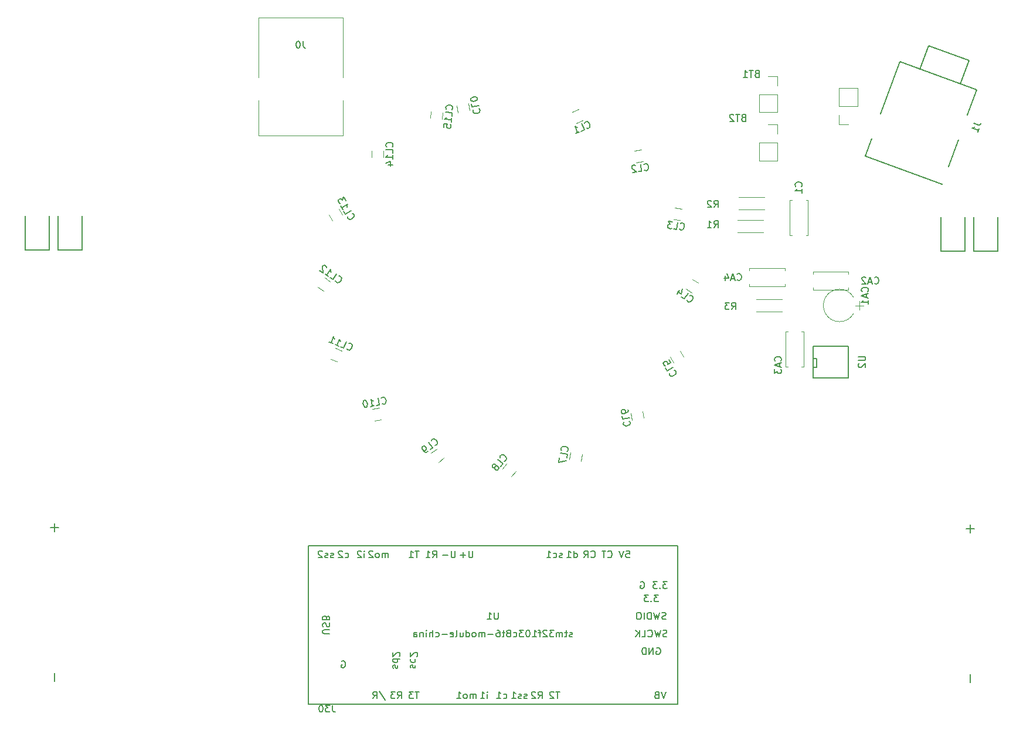
<source format=gbo>
G04 #@! TF.GenerationSoftware,KiCad,Pcbnew,(6.0.0-rc1-dev-1127-g569d4a0f6)*
G04 #@! TF.CreationDate,2018-12-11T03:09:38-08:00*
G04 #@! TF.ProjectId,Stylish-Belt-Synth - Full,5374796c-6973-4682-9d42-656c742d5379,rev?*
G04 #@! TF.SameCoordinates,Original*
G04 #@! TF.FileFunction,Legend,Bot*
G04 #@! TF.FilePolarity,Positive*
%FSLAX46Y46*%
G04 Gerber Fmt 4.6, Leading zero omitted, Abs format (unit mm)*
G04 Created by KiCad (PCBNEW (6.0.0-rc1-dev-1127-g569d4a0f6)) date 12/11/2018 3:09:38 AM*
%MOMM*%
%LPD*%
G01*
G04 APERTURE LIST*
%ADD10C,0.120000*%
%ADD11C,0.150000*%
%ADD12C,0.200000*%
G04 APERTURE END LIST*
D10*
G04 #@! TO.C,CA3*
X190861000Y-97770000D02*
X191175000Y-97770000D01*
X188555000Y-97770000D02*
X188869000Y-97770000D01*
X190861000Y-92650000D02*
X191175000Y-92650000D01*
X188555000Y-92650000D02*
X188869000Y-92650000D01*
X191175000Y-92650000D02*
X191175000Y-97770000D01*
X188555000Y-92650000D02*
X188555000Y-97770000D01*
G04 #@! TO.C,CA1*
X194342002Y-87718811D02*
G75*
G02X198382693Y-87720000I2019998J-1181189D01*
G01*
X194342002Y-90081189D02*
G75*
G03X198382693Y-90080000I2019998J1181189D01*
G01*
X194342002Y-90081189D02*
G75*
G02X194341307Y-87720000I2019998J1181189D01*
G01*
X199812000Y-88900000D02*
X198612000Y-88900000D01*
X199212000Y-88250000D02*
X199212000Y-89550000D01*
D11*
G04 #@! TO.C,J1*
X205065037Y-53745965D02*
X202328875Y-61263506D01*
X201029199Y-64834337D02*
X200105744Y-67371508D01*
X200105744Y-67371508D02*
X211194117Y-71407346D01*
X211194117Y-71407346D02*
X211228318Y-71313376D01*
X212117571Y-68870176D02*
X213519854Y-65017436D01*
X214819531Y-61446604D02*
X216153409Y-57781803D01*
X216153409Y-57781803D02*
X205065037Y-53745965D01*
X207978084Y-54806228D02*
X209209356Y-51423334D01*
X209209356Y-51423334D02*
X215035450Y-53543859D01*
X215035450Y-53543859D02*
X213804178Y-56926753D01*
D12*
G04 #@! TO.C,REF\002A\002A*
X215768972Y-76143674D02*
X215768972Y-76639768D01*
X215768972Y-76639768D02*
X215768972Y-81104615D01*
X215768972Y-81104615D02*
X219241631Y-81104615D01*
X219241631Y-81104615D02*
X219241631Y-76639768D01*
X219241631Y-76639768D02*
X219241631Y-76143674D01*
X214479127Y-76143674D02*
X214479127Y-76639768D01*
X214479127Y-76639768D02*
X214479127Y-81104615D01*
X214479127Y-81104615D02*
X211006469Y-81104615D01*
X211006469Y-81104615D02*
X211006469Y-76639768D01*
X211006469Y-76639768D02*
X211006469Y-76143674D01*
X211006469Y-76143674D02*
X211006469Y-77899296D01*
D10*
G04 #@! TO.C,LS1*
X196290000Y-57560000D02*
X198950000Y-57560000D01*
X196290000Y-60160000D02*
X196290000Y-57560000D01*
X198950000Y-60160000D02*
X198950000Y-57560000D01*
X196290000Y-60160000D02*
X198950000Y-60160000D01*
X196290000Y-61430000D02*
X196290000Y-62760000D01*
X196290000Y-62760000D02*
X197620000Y-62760000D01*
G04 #@! TO.C,BT2*
X187385000Y-68005000D02*
X184725000Y-68005000D01*
X187385000Y-65405000D02*
X187385000Y-68005000D01*
X184725000Y-65405000D02*
X184725000Y-68005000D01*
X187385000Y-65405000D02*
X184725000Y-65405000D01*
X187385000Y-64135000D02*
X187385000Y-62805000D01*
X187385000Y-62805000D02*
X186055000Y-62805000D01*
G04 #@! TO.C,BT1*
X187385000Y-61020000D02*
X184725000Y-61020000D01*
X187385000Y-58420000D02*
X187385000Y-61020000D01*
X184725000Y-58420000D02*
X184725000Y-61020000D01*
X187385000Y-58420000D02*
X184725000Y-58420000D01*
X187385000Y-57150000D02*
X187385000Y-55820000D01*
X187385000Y-55820000D02*
X186055000Y-55820000D01*
G04 #@! TO.C,CA4*
X188448000Y-83840000D02*
X188448000Y-83526000D01*
X188448000Y-86146000D02*
X188448000Y-85832000D01*
X183328000Y-83840000D02*
X183328000Y-83526000D01*
X183328000Y-86146000D02*
X183328000Y-85832000D01*
X183328000Y-83526000D02*
X188448000Y-83526000D01*
X183328000Y-86146000D02*
X188448000Y-86146000D01*
G04 #@! TO.C,CA2*
X192552000Y-86340000D02*
X192552000Y-86654000D01*
X192552000Y-84034000D02*
X192552000Y-84348000D01*
X197672000Y-86340000D02*
X197672000Y-86654000D01*
X197672000Y-84034000D02*
X197672000Y-84348000D01*
X197672000Y-86654000D02*
X192552000Y-86654000D01*
X197672000Y-84034000D02*
X192552000Y-84034000D01*
G04 #@! TO.C,C1*
X189504000Y-73680000D02*
X189190000Y-73680000D01*
X191810000Y-73680000D02*
X191496000Y-73680000D01*
X189504000Y-78800000D02*
X189190000Y-78800000D01*
X191810000Y-78800000D02*
X191496000Y-78800000D01*
X189190000Y-78800000D02*
X189190000Y-73680000D01*
X191810000Y-78800000D02*
X191810000Y-73680000D01*
G04 #@! TO.C,CL15*
X137278392Y-61876412D02*
X137382921Y-60881890D01*
X139073608Y-61059588D02*
X138969079Y-62054110D01*
G04 #@! TO.C,CL14*
X130517000Y-66556000D02*
X130517000Y-67556000D01*
X128817000Y-67556000D02*
X128817000Y-66556000D01*
G04 #@! TO.C,CL13*
X123084878Y-76677013D02*
X122584878Y-75810987D01*
X124057122Y-74960987D02*
X124557122Y-75827013D01*
G04 #@! TO.C,CL12*
X121997964Y-84868933D02*
X122817116Y-85442509D01*
X121842036Y-86835067D02*
X121022884Y-86261491D01*
G04 #@! TO.C,CL11*
X123834659Y-96988639D02*
X122910779Y-96605956D01*
X123561341Y-95035361D02*
X124485221Y-95418044D01*
G04 #@! TO.C,CL10*
X128899995Y-103869737D02*
X129884803Y-103696089D01*
X130180005Y-105370263D02*
X129195197Y-105543911D01*
G04 #@! TO.C,CL9*
X139214124Y-110909970D02*
X138420771Y-111518731D01*
X137385876Y-110170030D02*
X138179229Y-109561269D01*
G04 #@! TO.C,CL8*
X147667468Y-112516653D02*
X148310256Y-111750608D01*
X149612532Y-112843347D02*
X148969744Y-113609392D01*
G04 #@! TO.C,CL7*
X157366089Y-111084803D02*
X157539737Y-110099995D01*
X159213911Y-110395197D02*
X159040263Y-111380005D01*
G04 #@! TO.C,CL6*
X167930263Y-104149995D02*
X168103911Y-105134803D01*
X166429737Y-105430005D02*
X166256089Y-104445197D01*
G04 #@! TO.C,CL5*
X172373878Y-97148013D02*
X171873878Y-96281987D01*
X173346122Y-95431987D02*
X173846122Y-96298013D01*
G04 #@! TO.C,CL4*
X175137964Y-85086933D02*
X175957116Y-85660509D01*
X174982036Y-87053067D02*
X174162884Y-86479491D01*
G04 #@! TO.C,CL3*
X172577316Y-74805401D02*
X173569862Y-74927270D01*
X173362684Y-76614599D02*
X172370138Y-76492730D01*
G04 #@! TO.C,CL2*
X167959862Y-68132730D02*
X166967316Y-68254599D01*
X166760138Y-66567270D02*
X167752684Y-66445401D01*
G04 #@! TO.C,CL1*
X157732779Y-60996044D02*
X158656659Y-60613361D01*
X159307221Y-62183956D02*
X158383341Y-62566639D01*
G04 #@! TO.C,CL0*
X142724182Y-59730248D02*
X142940621Y-60706544D01*
X141280918Y-61074492D02*
X141064479Y-60098196D01*
G04 #@! TO.C,R2*
X185502000Y-75028000D02*
X181782000Y-75028000D01*
X181782000Y-73308000D02*
X185502000Y-73308000D01*
G04 #@! TO.C,R1*
X181655000Y-76610000D02*
X185375000Y-76610000D01*
X185375000Y-78330000D02*
X181655000Y-78330000D01*
G04 #@! TO.C,R3*
X184322000Y-88040000D02*
X188042000Y-88040000D01*
X188042000Y-89760000D02*
X184322000Y-89760000D01*
D12*
G04 #@! TO.C,REF\002A\002A*
X83498472Y-75953174D02*
X83498472Y-76449268D01*
X83498472Y-76449268D02*
X83498472Y-80914115D01*
X83498472Y-80914115D02*
X86971131Y-80914115D01*
X86971131Y-80914115D02*
X86971131Y-76449268D01*
X86971131Y-76449268D02*
X86971131Y-75953174D01*
X82208627Y-75953174D02*
X82208627Y-76449268D01*
X82208627Y-76449268D02*
X82208627Y-80914115D01*
X82208627Y-80914115D02*
X78735969Y-80914115D01*
X78735969Y-80914115D02*
X78735969Y-76449268D01*
X78735969Y-76449268D02*
X78735969Y-75953174D01*
X78735969Y-75953174D02*
X78735969Y-77708796D01*
D11*
G04 #@! TO.C,U1*
X119634000Y-146431000D02*
X119634000Y-123571000D01*
X172974000Y-123571000D02*
X172974000Y-146431000D01*
X172974000Y-146431000D02*
X119634000Y-146431000D01*
X119634000Y-123571000D02*
X172974000Y-123571000D01*
G04 #@! TO.C,U2*
X192532000Y-99314000D02*
X197612000Y-99314000D01*
X197612000Y-99314000D02*
X197612000Y-94742000D01*
X197612000Y-94742000D02*
X192532000Y-94742000D01*
X192532000Y-94742000D02*
X192532000Y-99314000D01*
X192532000Y-97790000D02*
X193040000Y-97790000D01*
X193040000Y-97790000D02*
X193040000Y-96520000D01*
X193040000Y-96520000D02*
X192532000Y-96520000D01*
D10*
G04 #@! TO.C,J0*
X112454500Y-64387000D02*
X124654500Y-64387000D01*
X124654500Y-47367000D02*
X112454500Y-47367000D01*
X124654500Y-64387000D02*
X124654500Y-59307000D01*
X124654500Y-56007000D02*
X124654500Y-47367000D01*
X112454500Y-64387000D02*
X112454500Y-59307000D01*
X112454500Y-56007000D02*
X112454500Y-47367000D01*
G04 #@! TO.C,CA3*
D11*
X187877142Y-96904761D02*
X187924761Y-96857142D01*
X187972380Y-96714285D01*
X187972380Y-96619047D01*
X187924761Y-96476190D01*
X187829523Y-96380952D01*
X187734285Y-96333333D01*
X187543809Y-96285714D01*
X187400952Y-96285714D01*
X187210476Y-96333333D01*
X187115238Y-96380952D01*
X187020000Y-96476190D01*
X186972380Y-96619047D01*
X186972380Y-96714285D01*
X187020000Y-96857142D01*
X187067619Y-96904761D01*
X187686666Y-97285714D02*
X187686666Y-97761904D01*
X187972380Y-97190476D02*
X186972380Y-97523809D01*
X187972380Y-97857142D01*
X186972380Y-98095238D02*
X186972380Y-98714285D01*
X187353333Y-98380952D01*
X187353333Y-98523809D01*
X187400952Y-98619047D01*
X187448571Y-98666666D01*
X187543809Y-98714285D01*
X187781904Y-98714285D01*
X187877142Y-98666666D01*
X187924761Y-98619047D01*
X187972380Y-98523809D01*
X187972380Y-98238095D01*
X187924761Y-98142857D01*
X187877142Y-98095238D01*
G04 #@! TO.C,CA1*
X200432942Y-86907761D02*
X200480561Y-86860142D01*
X200528180Y-86717285D01*
X200528180Y-86622047D01*
X200480561Y-86479190D01*
X200385323Y-86383952D01*
X200290085Y-86336333D01*
X200099609Y-86288714D01*
X199956752Y-86288714D01*
X199766276Y-86336333D01*
X199671038Y-86383952D01*
X199575800Y-86479190D01*
X199528180Y-86622047D01*
X199528180Y-86717285D01*
X199575800Y-86860142D01*
X199623419Y-86907761D01*
X200242466Y-87288714D02*
X200242466Y-87764904D01*
X200528180Y-87193476D02*
X199528180Y-87526809D01*
X200528180Y-87860142D01*
X200528180Y-88717285D02*
X200528180Y-88145857D01*
X200528180Y-88431571D02*
X199528180Y-88431571D01*
X199671038Y-88336333D01*
X199766276Y-88241095D01*
X199813895Y-88145857D01*
G04 #@! TO.C,J1*
X215753413Y-62618472D02*
X216424622Y-62862772D01*
X216575150Y-62866885D01*
X216697218Y-62809964D01*
X216790825Y-62692008D01*
X216823399Y-62602514D01*
X216351085Y-63900185D02*
X216546525Y-63363217D01*
X216448805Y-63631701D02*
X215509113Y-63289681D01*
X215675928Y-63249046D01*
X215797996Y-63192125D01*
X215875316Y-63118917D01*
G04 #@! TO.C,J30*
X123135923Y-146569180D02*
X123135923Y-147283466D01*
X123183542Y-147426323D01*
X123278780Y-147521561D01*
X123421638Y-147569180D01*
X123516876Y-147569180D01*
X122754971Y-146569180D02*
X122135923Y-146569180D01*
X122469257Y-146950133D01*
X122326400Y-146950133D01*
X122231161Y-146997752D01*
X122183542Y-147045371D01*
X122135923Y-147140609D01*
X122135923Y-147378704D01*
X122183542Y-147473942D01*
X122231161Y-147521561D01*
X122326400Y-147569180D01*
X122612114Y-147569180D01*
X122707352Y-147521561D01*
X122754971Y-147473942D01*
X121516876Y-146569180D02*
X121421638Y-146569180D01*
X121326400Y-146616800D01*
X121278780Y-146664419D01*
X121231161Y-146759657D01*
X121183542Y-146950133D01*
X121183542Y-147188228D01*
X121231161Y-147378704D01*
X121278780Y-147473942D01*
X121326400Y-147521561D01*
X121421638Y-147569180D01*
X121516876Y-147569180D01*
X121612114Y-147521561D01*
X121659733Y-147473942D01*
X121707352Y-147378704D01*
X121754971Y-147188228D01*
X121754971Y-146950133D01*
X121707352Y-146759657D01*
X121659733Y-146664419D01*
X121612114Y-146616800D01*
X121516876Y-146569180D01*
G04 #@! TO.C,REF\002A\002A*
X215245142Y-120558571D02*
X215245142Y-121701428D01*
X215816571Y-121130000D02*
X214673714Y-121130000D01*
X215245142Y-142148571D02*
X215245142Y-143291428D01*
G04 #@! TO.C,BT2*
X182455714Y-61793571D02*
X182312857Y-61841190D01*
X182265238Y-61888809D01*
X182217619Y-61984047D01*
X182217619Y-62126904D01*
X182265238Y-62222142D01*
X182312857Y-62269761D01*
X182408095Y-62317380D01*
X182789047Y-62317380D01*
X182789047Y-61317380D01*
X182455714Y-61317380D01*
X182360476Y-61365000D01*
X182312857Y-61412619D01*
X182265238Y-61507857D01*
X182265238Y-61603095D01*
X182312857Y-61698333D01*
X182360476Y-61745952D01*
X182455714Y-61793571D01*
X182789047Y-61793571D01*
X181931904Y-61317380D02*
X181360476Y-61317380D01*
X181646190Y-62317380D02*
X181646190Y-61317380D01*
X181074761Y-61412619D02*
X181027142Y-61365000D01*
X180931904Y-61317380D01*
X180693809Y-61317380D01*
X180598571Y-61365000D01*
X180550952Y-61412619D01*
X180503333Y-61507857D01*
X180503333Y-61603095D01*
X180550952Y-61745952D01*
X181122380Y-62317380D01*
X180503333Y-62317380D01*
G04 #@! TO.C,BT1*
X184408214Y-55443571D02*
X184265357Y-55491190D01*
X184217738Y-55538809D01*
X184170119Y-55634047D01*
X184170119Y-55776904D01*
X184217738Y-55872142D01*
X184265357Y-55919761D01*
X184360595Y-55967380D01*
X184741547Y-55967380D01*
X184741547Y-54967380D01*
X184408214Y-54967380D01*
X184312976Y-55015000D01*
X184265357Y-55062619D01*
X184217738Y-55157857D01*
X184217738Y-55253095D01*
X184265357Y-55348333D01*
X184312976Y-55395952D01*
X184408214Y-55443571D01*
X184741547Y-55443571D01*
X183884404Y-54967380D02*
X183312976Y-54967380D01*
X183598690Y-55967380D02*
X183598690Y-54967380D01*
X182455833Y-55967380D02*
X183027261Y-55967380D01*
X182741547Y-55967380D02*
X182741547Y-54967380D01*
X182836785Y-55110238D01*
X182932023Y-55205476D01*
X183027261Y-55253095D01*
G04 #@! TO.C,CA4*
X181570238Y-85193142D02*
X181617857Y-85240761D01*
X181760714Y-85288380D01*
X181855952Y-85288380D01*
X181998809Y-85240761D01*
X182094047Y-85145523D01*
X182141666Y-85050285D01*
X182189285Y-84859809D01*
X182189285Y-84716952D01*
X182141666Y-84526476D01*
X182094047Y-84431238D01*
X181998809Y-84336000D01*
X181855952Y-84288380D01*
X181760714Y-84288380D01*
X181617857Y-84336000D01*
X181570238Y-84383619D01*
X181189285Y-85002666D02*
X180713095Y-85002666D01*
X181284523Y-85288380D02*
X180951190Y-84288380D01*
X180617857Y-85288380D01*
X179855952Y-84621714D02*
X179855952Y-85288380D01*
X180094047Y-84240761D02*
X180332142Y-84955047D01*
X179713095Y-84955047D01*
G04 #@! TO.C,CA2*
X201402238Y-85701142D02*
X201449857Y-85748761D01*
X201592714Y-85796380D01*
X201687952Y-85796380D01*
X201830809Y-85748761D01*
X201926047Y-85653523D01*
X201973666Y-85558285D01*
X202021285Y-85367809D01*
X202021285Y-85224952D01*
X201973666Y-85034476D01*
X201926047Y-84939238D01*
X201830809Y-84844000D01*
X201687952Y-84796380D01*
X201592714Y-84796380D01*
X201449857Y-84844000D01*
X201402238Y-84891619D01*
X201021285Y-85510666D02*
X200545095Y-85510666D01*
X201116523Y-85796380D02*
X200783190Y-84796380D01*
X200449857Y-85796380D01*
X200164142Y-84891619D02*
X200116523Y-84844000D01*
X200021285Y-84796380D01*
X199783190Y-84796380D01*
X199687952Y-84844000D01*
X199640333Y-84891619D01*
X199592714Y-84986857D01*
X199592714Y-85082095D01*
X199640333Y-85224952D01*
X200211761Y-85796380D01*
X199592714Y-85796380D01*
G04 #@! TO.C,C1*
X190857142Y-71715333D02*
X190904761Y-71667714D01*
X190952380Y-71524857D01*
X190952380Y-71429619D01*
X190904761Y-71286761D01*
X190809523Y-71191523D01*
X190714285Y-71143904D01*
X190523809Y-71096285D01*
X190380952Y-71096285D01*
X190190476Y-71143904D01*
X190095238Y-71191523D01*
X190000000Y-71286761D01*
X189952380Y-71429619D01*
X189952380Y-71524857D01*
X190000000Y-71667714D01*
X190047619Y-71715333D01*
X190952380Y-72667714D02*
X190952380Y-72096285D01*
X190952380Y-72382000D02*
X189952380Y-72382000D01*
X190095238Y-72286761D01*
X190190476Y-72191523D01*
X190238095Y-72096285D01*
G04 #@! TO.C,CL15*
X140381105Y-60646376D02*
X140433441Y-60603995D01*
X140495731Y-60466898D01*
X140505687Y-60372182D01*
X140473261Y-60225130D01*
X140388500Y-60120458D01*
X140298761Y-60063145D01*
X140114306Y-59995877D01*
X139972231Y-59980944D01*
X139777821Y-60008392D01*
X139678127Y-60045795D01*
X139573455Y-60130557D01*
X139511165Y-60267654D01*
X139501210Y-60362370D01*
X139533635Y-60509422D01*
X139576016Y-60561758D01*
X140381248Y-61556137D02*
X140431023Y-61082555D01*
X139436501Y-60978026D01*
X140291652Y-62408584D02*
X140351383Y-61840286D01*
X140321517Y-62124435D02*
X139326995Y-62019906D01*
X139479025Y-61940123D01*
X139583697Y-61855361D01*
X139641010Y-61765623D01*
X139202557Y-63203861D02*
X139252332Y-62730279D01*
X139730892Y-62732696D01*
X139678556Y-62775077D01*
X139621243Y-62864816D01*
X139596355Y-63101607D01*
X139633758Y-63201301D01*
X139676139Y-63253636D01*
X139765877Y-63310950D01*
X140002668Y-63335837D01*
X140102362Y-63298434D01*
X140154698Y-63256054D01*
X140212011Y-63166315D01*
X140236899Y-62929524D01*
X140199496Y-62829830D01*
X140157115Y-62777494D01*
G04 #@! TO.C,CL14*
X131774142Y-66008380D02*
X131821761Y-65960761D01*
X131869380Y-65817904D01*
X131869380Y-65722666D01*
X131821761Y-65579809D01*
X131726523Y-65484571D01*
X131631285Y-65436952D01*
X131440809Y-65389333D01*
X131297952Y-65389333D01*
X131107476Y-65436952D01*
X131012238Y-65484571D01*
X130917000Y-65579809D01*
X130869380Y-65722666D01*
X130869380Y-65817904D01*
X130917000Y-65960761D01*
X130964619Y-66008380D01*
X131869380Y-66913142D02*
X131869380Y-66436952D01*
X130869380Y-66436952D01*
X131869380Y-67770285D02*
X131869380Y-67198857D01*
X131869380Y-67484571D02*
X130869380Y-67484571D01*
X131012238Y-67389333D01*
X131107476Y-67294095D01*
X131155095Y-67198857D01*
X131202714Y-68627428D02*
X131869380Y-68627428D01*
X130821761Y-68389333D02*
X131536047Y-68151238D01*
X131536047Y-68770285D01*
G04 #@! TO.C,CL13*
X125301058Y-76029836D02*
X125283628Y-76094884D01*
X125313818Y-76242412D01*
X125361437Y-76324891D01*
X125474105Y-76424799D01*
X125604202Y-76459658D01*
X125710490Y-76453279D01*
X125899257Y-76399280D01*
X126022975Y-76327851D01*
X126164123Y-76191374D01*
X126222792Y-76102516D01*
X126257651Y-75972418D01*
X126227462Y-75824891D01*
X126179843Y-75742412D01*
X126067175Y-75642504D01*
X126002126Y-75625074D01*
X124766199Y-75293908D02*
X125004294Y-75706301D01*
X125870319Y-75206301D01*
X124337627Y-74551600D02*
X124623342Y-75046472D01*
X124480484Y-74799036D02*
X125346510Y-74299036D01*
X125270411Y-74452943D01*
X125235551Y-74583041D01*
X125241931Y-74689329D01*
X125036986Y-73762925D02*
X124727462Y-73226814D01*
X124564214Y-73705966D01*
X124492786Y-73582248D01*
X124403927Y-73523579D01*
X124338879Y-73506149D01*
X124232591Y-73512529D01*
X124026394Y-73631576D01*
X123967725Y-73720435D01*
X123950295Y-73785483D01*
X123956675Y-73891772D01*
X124099532Y-74139207D01*
X124188390Y-74197876D01*
X124253439Y-74215306D01*
G04 #@! TO.C,CL12*
X123577069Y-85311927D02*
X123588763Y-85378248D01*
X123678472Y-85499195D01*
X123756486Y-85553821D01*
X123900821Y-85596753D01*
X124033462Y-85573365D01*
X124127095Y-85522664D01*
X124275355Y-85393948D01*
X124357295Y-85276926D01*
X124427540Y-85093584D01*
X124443159Y-84988256D01*
X124419771Y-84855616D01*
X124330063Y-84734669D01*
X124252048Y-84680042D01*
X124107713Y-84637110D01*
X124041393Y-84648804D01*
X122781305Y-84870992D02*
X123171378Y-85144123D01*
X123744954Y-84324971D01*
X122079175Y-84379355D02*
X122547262Y-84707113D01*
X122313218Y-84543234D02*
X122886795Y-83724082D01*
X122882870Y-83895730D01*
X122906258Y-84028371D01*
X122956959Y-84122004D01*
X122286067Y-83419712D02*
X122274373Y-83353392D01*
X122223672Y-83259758D01*
X122028635Y-83123192D01*
X121923308Y-83107573D01*
X121856987Y-83119267D01*
X121763354Y-83169968D01*
X121708727Y-83247983D01*
X121665795Y-83392318D01*
X121806124Y-84188163D01*
X121299030Y-83833092D01*
G04 #@! TO.C,CL11*
X125198897Y-95126074D02*
X125224668Y-95188291D01*
X125338428Y-95286955D01*
X125426416Y-95323401D01*
X125576622Y-95334075D01*
X125701057Y-95282533D01*
X125781497Y-95212767D01*
X125898383Y-95055013D01*
X125953052Y-94923031D01*
X125981950Y-94728830D01*
X125974402Y-94622619D01*
X125922859Y-94498184D01*
X125809100Y-94399521D01*
X125721111Y-94363075D01*
X125570905Y-94352400D01*
X125508688Y-94378171D01*
X124326560Y-94867825D02*
X124766502Y-95050055D01*
X125149186Y-94126176D01*
X123534663Y-94539811D02*
X124062594Y-94758487D01*
X123798628Y-94649149D02*
X124181312Y-93725269D01*
X124214631Y-93893698D01*
X124266174Y-94018133D01*
X124335939Y-94098573D01*
X122654778Y-94175350D02*
X123182709Y-94394027D01*
X122918743Y-94284688D02*
X123301427Y-93360809D01*
X123334746Y-93529238D01*
X123386289Y-93653672D01*
X123456054Y-93734113D01*
G04 #@! TO.C,CL10*
X130329836Y-103066385D02*
X130385001Y-103105012D01*
X130533956Y-103127101D01*
X130627748Y-103110563D01*
X130760165Y-103038860D01*
X130837419Y-102928531D01*
X130867776Y-102826471D01*
X130881596Y-102630620D01*
X130856789Y-102489933D01*
X130776818Y-102310619D01*
X130713384Y-102225097D01*
X130603055Y-102147844D01*
X130454099Y-102125755D01*
X130360308Y-102142293D01*
X130227890Y-102213996D01*
X130189264Y-102269160D01*
X129455357Y-103317287D02*
X129924314Y-103234597D01*
X129750665Y-102249790D01*
X128611237Y-103466128D02*
X129173984Y-103366901D01*
X128892610Y-103416514D02*
X128718962Y-102431707D01*
X128837560Y-102555856D01*
X128947889Y-102633109D01*
X129049949Y-102663467D01*
X127827945Y-102588817D02*
X127734154Y-102605355D01*
X127648632Y-102668788D01*
X127610005Y-102723953D01*
X127579648Y-102826013D01*
X127565828Y-103021865D01*
X127607173Y-103256343D01*
X127687144Y-103435656D01*
X127750578Y-103521178D01*
X127805742Y-103559805D01*
X127907802Y-103590163D01*
X128001594Y-103573625D01*
X128087116Y-103510191D01*
X128125743Y-103455027D01*
X128156100Y-103352966D01*
X128169920Y-103157115D01*
X128128575Y-102922637D01*
X128048604Y-102743324D01*
X127985170Y-102657801D01*
X127930006Y-102619175D01*
X127827945Y-102588817D01*
G04 #@! TO.C,CL9*
X137905426Y-109087108D02*
X137972193Y-109095898D01*
X138114518Y-109046711D01*
X138190076Y-108988734D01*
X138274423Y-108863989D01*
X138292003Y-108730455D01*
X138271805Y-108625908D01*
X138193629Y-108445805D01*
X138106663Y-108332469D01*
X137952930Y-108210342D01*
X137857174Y-108163774D01*
X137723639Y-108146193D01*
X137581314Y-108195381D01*
X137505757Y-108253358D01*
X137421409Y-108378103D01*
X137412619Y-108444870D01*
X137245607Y-109713450D02*
X137623395Y-109423564D01*
X137014633Y-108630210D01*
X136943378Y-109945359D02*
X136792263Y-110061314D01*
X136687717Y-110081512D01*
X136620949Y-110072722D01*
X136458426Y-110017363D01*
X136304693Y-109895237D01*
X136072783Y-109593007D01*
X136052585Y-109488461D01*
X136061375Y-109421694D01*
X136107944Y-109325938D01*
X136259059Y-109209983D01*
X136363605Y-109189784D01*
X136430372Y-109198575D01*
X136526128Y-109245143D01*
X136671071Y-109434037D01*
X136691270Y-109538583D01*
X136682480Y-109605350D01*
X136635911Y-109701106D01*
X136484796Y-109817061D01*
X136380250Y-109837260D01*
X136313483Y-109828469D01*
X136217727Y-109781901D01*
G04 #@! TO.C,CL8*
X147940316Y-111346949D02*
X148007403Y-111341079D01*
X148135708Y-111262253D01*
X148196926Y-111189297D01*
X148252275Y-111049253D01*
X148240536Y-110915079D01*
X148198188Y-110817382D01*
X148082884Y-110658468D01*
X147973449Y-110566641D01*
X147796927Y-110480684D01*
X147693361Y-110455945D01*
X147559187Y-110467683D01*
X147430882Y-110546509D01*
X147369664Y-110619466D01*
X147314315Y-110759510D01*
X147320185Y-110826597D01*
X147431703Y-112101255D02*
X147737792Y-111736471D01*
X146971748Y-111093684D01*
X146687874Y-112098730D02*
X146712613Y-111995165D01*
X146706744Y-111928078D01*
X146664396Y-111830381D01*
X146627918Y-111799772D01*
X146524353Y-111775033D01*
X146457265Y-111780902D01*
X146359569Y-111823250D01*
X146237133Y-111969163D01*
X146212394Y-112072729D01*
X146218263Y-112139816D01*
X146260611Y-112237512D01*
X146297089Y-112268121D01*
X146400655Y-112292861D01*
X146467742Y-112286991D01*
X146565438Y-112244644D01*
X146687874Y-112098730D01*
X146785570Y-112056383D01*
X146852657Y-112050513D01*
X146956223Y-112075253D01*
X147102136Y-112197689D01*
X147144484Y-112295385D01*
X147150353Y-112362472D01*
X147125614Y-112466038D01*
X147003178Y-112611951D01*
X146905482Y-112654298D01*
X146838394Y-112660168D01*
X146734829Y-112635428D01*
X146588916Y-112512993D01*
X146546568Y-112415296D01*
X146540699Y-112348209D01*
X146565438Y-112244644D01*
G04 #@! TO.C,CL7*
X157017530Y-109935385D02*
X157072695Y-109896759D01*
X157144397Y-109764341D01*
X157160935Y-109670550D01*
X157138846Y-109521594D01*
X157061593Y-109411265D01*
X156976071Y-109347831D01*
X156796757Y-109267860D01*
X156656071Y-109243053D01*
X156460219Y-109256873D01*
X156358159Y-109287230D01*
X156247830Y-109364484D01*
X156176127Y-109496902D01*
X156159589Y-109590693D01*
X156181678Y-109739649D01*
X156220305Y-109794813D01*
X156954211Y-110842940D02*
X157036901Y-110373984D01*
X156052093Y-110200336D01*
X155928058Y-110903770D02*
X155812293Y-111560308D01*
X156871521Y-111311896D01*
G04 #@! TO.C,CL6*
X165204096Y-105718648D02*
X165165469Y-105773813D01*
X165143381Y-105922768D01*
X165159919Y-106016560D01*
X165231621Y-106148977D01*
X165341950Y-106226231D01*
X165444010Y-106256588D01*
X165639862Y-106270408D01*
X165780549Y-106245601D01*
X165959862Y-106165630D01*
X166045384Y-106102196D01*
X166122638Y-105991867D01*
X166144726Y-105842911D01*
X166128188Y-105749120D01*
X166056486Y-105616702D01*
X166001321Y-105578076D01*
X164953195Y-104844169D02*
X165035884Y-105313125D01*
X166020692Y-105139477D01*
X165805699Y-103920191D02*
X165838775Y-104107774D01*
X165808417Y-104209834D01*
X165769790Y-104264999D01*
X165645641Y-104383597D01*
X165466328Y-104463568D01*
X165091163Y-104529720D01*
X164989103Y-104499362D01*
X164933938Y-104460736D01*
X164870505Y-104375213D01*
X164837429Y-104187631D01*
X164867787Y-104085571D01*
X164906413Y-104030406D01*
X164991936Y-103966973D01*
X165226414Y-103925628D01*
X165328474Y-103955985D01*
X165383638Y-103994612D01*
X165447072Y-104080134D01*
X165480148Y-104267717D01*
X165449790Y-104369777D01*
X165411163Y-104424942D01*
X165325641Y-104488375D01*
G04 #@! TO.C,CL5*
X171786419Y-98663443D02*
X171768989Y-98728491D01*
X171799178Y-98876019D01*
X171846798Y-98958497D01*
X171959465Y-99058406D01*
X172089563Y-99093265D01*
X172195851Y-99086886D01*
X172384618Y-99032887D01*
X172508336Y-98961458D01*
X172649484Y-98824981D01*
X172708153Y-98736123D01*
X172743012Y-98606025D01*
X172712823Y-98458497D01*
X172665204Y-98376019D01*
X172552536Y-98276110D01*
X172487487Y-98258681D01*
X171251559Y-97927515D02*
X171489655Y-98339908D01*
X172355680Y-97839908D01*
X171712823Y-96726447D02*
X171950918Y-97138840D01*
X171562335Y-97418174D01*
X171579764Y-97353125D01*
X171573385Y-97246837D01*
X171454337Y-97040641D01*
X171365479Y-96981972D01*
X171300430Y-96964542D01*
X171194142Y-96970922D01*
X170987945Y-97089969D01*
X170929276Y-97178828D01*
X170911846Y-97243876D01*
X170918226Y-97350165D01*
X171037274Y-97556361D01*
X171126132Y-97615030D01*
X171191181Y-97632460D01*
G04 #@! TO.C,CL4*
X174319479Y-88123828D02*
X174331173Y-88190148D01*
X174420881Y-88311095D01*
X174498896Y-88365721D01*
X174643231Y-88408653D01*
X174775871Y-88385265D01*
X174869505Y-88334564D01*
X175017765Y-88205848D01*
X175099704Y-88088826D01*
X175169950Y-87905484D01*
X175185569Y-87800157D01*
X175162181Y-87667516D01*
X175072472Y-87546569D01*
X174994458Y-87491943D01*
X174850123Y-87449011D01*
X174783802Y-87460705D01*
X173523715Y-87682892D02*
X173913787Y-87956024D01*
X174487364Y-87136872D01*
X173281983Y-86699780D02*
X172899599Y-87245882D01*
X173695525Y-86524288D02*
X173480863Y-87245962D01*
X172973769Y-86890891D01*
G04 #@! TO.C,CL3*
X173280373Y-77871076D02*
X173321834Y-77924143D01*
X173457823Y-77988817D01*
X173552351Y-78000424D01*
X173699947Y-77970570D01*
X173806081Y-77887648D01*
X173864952Y-77798923D01*
X173935429Y-77615670D01*
X173952839Y-77473878D01*
X173928788Y-77279018D01*
X173893131Y-77178687D01*
X173810209Y-77072552D01*
X173674220Y-77007878D01*
X173579692Y-76996271D01*
X173432097Y-77026125D01*
X173379029Y-77067586D01*
X172370748Y-77855341D02*
X172843389Y-77913374D01*
X172965259Y-76920828D01*
X172256297Y-76833779D02*
X171641864Y-76758336D01*
X171926286Y-77177072D01*
X171784494Y-77159662D01*
X171684162Y-77195319D01*
X171631095Y-77236780D01*
X171572224Y-77325505D01*
X171543208Y-77561826D01*
X171578865Y-77662157D01*
X171620326Y-77715224D01*
X171709051Y-77774095D01*
X171992636Y-77808915D01*
X172092967Y-77773257D01*
X172146035Y-77731797D01*
G04 #@! TO.C,CL2*
X168183964Y-69371797D02*
X168237032Y-69413257D01*
X168384628Y-69443112D01*
X168479156Y-69431505D01*
X168615145Y-69366831D01*
X168698066Y-69260696D01*
X168733724Y-69160365D01*
X168757775Y-68965505D01*
X168740365Y-68823713D01*
X168669887Y-68640460D01*
X168611017Y-68551735D01*
X168504882Y-68468813D01*
X168357286Y-68438959D01*
X168262758Y-68450565D01*
X168126769Y-68515239D01*
X168085308Y-68568307D01*
X167297553Y-69576588D02*
X167770194Y-69518555D01*
X167648325Y-68526008D01*
X166903706Y-68713389D02*
X166850638Y-68671929D01*
X166750307Y-68636271D01*
X166513986Y-68665288D01*
X166425261Y-68724158D01*
X166383801Y-68777226D01*
X166348143Y-68877557D01*
X166359750Y-68972085D01*
X166424424Y-69108074D01*
X167061233Y-69605604D01*
X166446799Y-69681047D01*
G04 #@! TO.C,CL1*
X159854299Y-63318069D02*
X159916517Y-63343840D01*
X160066722Y-63333166D01*
X160154711Y-63296720D01*
X160268471Y-63198056D01*
X160320013Y-63073622D01*
X160327561Y-62967410D01*
X160298664Y-62773210D01*
X160243995Y-62641227D01*
X160127108Y-62483473D01*
X160046668Y-62413708D01*
X159922233Y-62362165D01*
X159772028Y-62372840D01*
X159684039Y-62409286D01*
X159570279Y-62507949D01*
X159544508Y-62570167D01*
X159054854Y-63752295D02*
X159494797Y-63570065D01*
X159112114Y-62646185D01*
X158262958Y-64080310D02*
X158790889Y-63861633D01*
X158526923Y-63970971D02*
X158144240Y-63047092D01*
X158286897Y-63142629D01*
X158411332Y-63194171D01*
X158517543Y-63201719D01*
G04 #@! TO.C,CL0*
X143486070Y-60658784D02*
X143449886Y-60715581D01*
X143434316Y-60865358D01*
X143454929Y-60958339D01*
X143532340Y-61087503D01*
X143645934Y-61159870D01*
X143749221Y-61185747D01*
X143945489Y-61191011D01*
X144084959Y-61160091D01*
X144260614Y-61072374D01*
X144343288Y-61005271D01*
X144415655Y-60891677D01*
X144431225Y-60741899D01*
X144410612Y-60648919D01*
X144333202Y-60519754D01*
X144276405Y-60483571D01*
X143197263Y-59796082D02*
X143300330Y-60260985D01*
X144276626Y-60044545D01*
X144060186Y-59068249D02*
X144039573Y-58975268D01*
X143972469Y-58892594D01*
X143915672Y-58856411D01*
X143812385Y-58830534D01*
X143616117Y-58825270D01*
X143383666Y-58876803D01*
X143208011Y-58964520D01*
X143125337Y-59031624D01*
X143089154Y-59088421D01*
X143063277Y-59191708D01*
X143083890Y-59284689D01*
X143150994Y-59367362D01*
X143207791Y-59403546D01*
X143311078Y-59429423D01*
X143507346Y-59434687D01*
X143739797Y-59383154D01*
X143915452Y-59295437D01*
X143998125Y-59228333D01*
X144034309Y-59171536D01*
X144060186Y-59068249D01*
G04 #@! TO.C,R2*
X178220666Y-74747380D02*
X178554000Y-74271190D01*
X178792095Y-74747380D02*
X178792095Y-73747380D01*
X178411142Y-73747380D01*
X178315904Y-73795000D01*
X178268285Y-73842619D01*
X178220666Y-73937857D01*
X178220666Y-74080714D01*
X178268285Y-74175952D01*
X178315904Y-74223571D01*
X178411142Y-74271190D01*
X178792095Y-74271190D01*
X177839714Y-73842619D02*
X177792095Y-73795000D01*
X177696857Y-73747380D01*
X177458761Y-73747380D01*
X177363523Y-73795000D01*
X177315904Y-73842619D01*
X177268285Y-73937857D01*
X177268285Y-74033095D01*
X177315904Y-74175952D01*
X177887333Y-74747380D01*
X177268285Y-74747380D01*
G04 #@! TO.C,R1*
X178220666Y-77668380D02*
X178554000Y-77192190D01*
X178792095Y-77668380D02*
X178792095Y-76668380D01*
X178411142Y-76668380D01*
X178315904Y-76716000D01*
X178268285Y-76763619D01*
X178220666Y-76858857D01*
X178220666Y-77001714D01*
X178268285Y-77096952D01*
X178315904Y-77144571D01*
X178411142Y-77192190D01*
X178792095Y-77192190D01*
X177268285Y-77668380D02*
X177839714Y-77668380D01*
X177554000Y-77668380D02*
X177554000Y-76668380D01*
X177649238Y-76811238D01*
X177744476Y-76906476D01*
X177839714Y-76954095D01*
G04 #@! TO.C,R3*
X180760666Y-89479380D02*
X181094000Y-89003190D01*
X181332095Y-89479380D02*
X181332095Y-88479380D01*
X180951142Y-88479380D01*
X180855904Y-88527000D01*
X180808285Y-88574619D01*
X180760666Y-88669857D01*
X180760666Y-88812714D01*
X180808285Y-88907952D01*
X180855904Y-88955571D01*
X180951142Y-89003190D01*
X181332095Y-89003190D01*
X180427333Y-88479380D02*
X179808285Y-88479380D01*
X180141619Y-88860333D01*
X179998761Y-88860333D01*
X179903523Y-88907952D01*
X179855904Y-88955571D01*
X179808285Y-89050809D01*
X179808285Y-89288904D01*
X179855904Y-89384142D01*
X179903523Y-89431761D01*
X179998761Y-89479380D01*
X180284476Y-89479380D01*
X180379714Y-89431761D01*
X180427333Y-89384142D01*
G04 #@! TO.C,REF\002A\002A*
X82974642Y-141958071D02*
X82974642Y-143100928D01*
X82974642Y-120368071D02*
X82974642Y-121510928D01*
X83546071Y-120939500D02*
X82403214Y-120939500D01*
G04 #@! TO.C,U1*
X147065904Y-133183380D02*
X147065904Y-133992904D01*
X147018285Y-134088142D01*
X146970666Y-134135761D01*
X146875428Y-134183380D01*
X146684952Y-134183380D01*
X146589714Y-134135761D01*
X146542095Y-134088142D01*
X146494476Y-133992904D01*
X146494476Y-133183380D01*
X145494476Y-134183380D02*
X146065904Y-134183380D01*
X145780190Y-134183380D02*
X145780190Y-133183380D01*
X145875428Y-133326238D01*
X145970666Y-133421476D01*
X146065904Y-133469095D01*
X157780190Y-136675761D02*
X157684952Y-136723380D01*
X157494476Y-136723380D01*
X157399238Y-136675761D01*
X157351619Y-136580523D01*
X157351619Y-136532904D01*
X157399238Y-136437666D01*
X157494476Y-136390047D01*
X157637333Y-136390047D01*
X157732571Y-136342428D01*
X157780190Y-136247190D01*
X157780190Y-136199571D01*
X157732571Y-136104333D01*
X157637333Y-136056714D01*
X157494476Y-136056714D01*
X157399238Y-136104333D01*
X157065904Y-136056714D02*
X156684952Y-136056714D01*
X156923047Y-135723380D02*
X156923047Y-136580523D01*
X156875428Y-136675761D01*
X156780190Y-136723380D01*
X156684952Y-136723380D01*
X156351619Y-136723380D02*
X156351619Y-136056714D01*
X156351619Y-136151952D02*
X156304000Y-136104333D01*
X156208761Y-136056714D01*
X156065904Y-136056714D01*
X155970666Y-136104333D01*
X155923047Y-136199571D01*
X155923047Y-136723380D01*
X155923047Y-136199571D02*
X155875428Y-136104333D01*
X155780190Y-136056714D01*
X155637333Y-136056714D01*
X155542095Y-136104333D01*
X155494476Y-136199571D01*
X155494476Y-136723380D01*
X155113523Y-135723380D02*
X154494476Y-135723380D01*
X154827809Y-136104333D01*
X154684952Y-136104333D01*
X154589714Y-136151952D01*
X154542095Y-136199571D01*
X154494476Y-136294809D01*
X154494476Y-136532904D01*
X154542095Y-136628142D01*
X154589714Y-136675761D01*
X154684952Y-136723380D01*
X154970666Y-136723380D01*
X155065904Y-136675761D01*
X155113523Y-136628142D01*
X154113523Y-135818619D02*
X154065904Y-135771000D01*
X153970666Y-135723380D01*
X153732571Y-135723380D01*
X153637333Y-135771000D01*
X153589714Y-135818619D01*
X153542095Y-135913857D01*
X153542095Y-136009095D01*
X153589714Y-136151952D01*
X154161142Y-136723380D01*
X153542095Y-136723380D01*
X153256380Y-136056714D02*
X152875428Y-136056714D01*
X153113523Y-136723380D02*
X153113523Y-135866238D01*
X153065904Y-135771000D01*
X152970666Y-135723380D01*
X152875428Y-135723380D01*
X152018285Y-136723380D02*
X152589714Y-136723380D01*
X152304000Y-136723380D02*
X152304000Y-135723380D01*
X152399238Y-135866238D01*
X152494476Y-135961476D01*
X152589714Y-136009095D01*
X151399238Y-135723380D02*
X151304000Y-135723380D01*
X151208761Y-135771000D01*
X151161142Y-135818619D01*
X151113523Y-135913857D01*
X151065904Y-136104333D01*
X151065904Y-136342428D01*
X151113523Y-136532904D01*
X151161142Y-136628142D01*
X151208761Y-136675761D01*
X151304000Y-136723380D01*
X151399238Y-136723380D01*
X151494476Y-136675761D01*
X151542095Y-136628142D01*
X151589714Y-136532904D01*
X151637333Y-136342428D01*
X151637333Y-136104333D01*
X151589714Y-135913857D01*
X151542095Y-135818619D01*
X151494476Y-135771000D01*
X151399238Y-135723380D01*
X150732571Y-135723380D02*
X150113523Y-135723380D01*
X150446857Y-136104333D01*
X150304000Y-136104333D01*
X150208761Y-136151952D01*
X150161142Y-136199571D01*
X150113523Y-136294809D01*
X150113523Y-136532904D01*
X150161142Y-136628142D01*
X150208761Y-136675761D01*
X150304000Y-136723380D01*
X150589714Y-136723380D01*
X150684952Y-136675761D01*
X150732571Y-136628142D01*
X149256380Y-136675761D02*
X149351619Y-136723380D01*
X149542095Y-136723380D01*
X149637333Y-136675761D01*
X149684952Y-136628142D01*
X149732571Y-136532904D01*
X149732571Y-136247190D01*
X149684952Y-136151952D01*
X149637333Y-136104333D01*
X149542095Y-136056714D01*
X149351619Y-136056714D01*
X149256380Y-136104333D01*
X148684952Y-136151952D02*
X148780190Y-136104333D01*
X148827809Y-136056714D01*
X148875428Y-135961476D01*
X148875428Y-135913857D01*
X148827809Y-135818619D01*
X148780190Y-135771000D01*
X148684952Y-135723380D01*
X148494476Y-135723380D01*
X148399238Y-135771000D01*
X148351619Y-135818619D01*
X148304000Y-135913857D01*
X148304000Y-135961476D01*
X148351619Y-136056714D01*
X148399238Y-136104333D01*
X148494476Y-136151952D01*
X148684952Y-136151952D01*
X148780190Y-136199571D01*
X148827809Y-136247190D01*
X148875428Y-136342428D01*
X148875428Y-136532904D01*
X148827809Y-136628142D01*
X148780190Y-136675761D01*
X148684952Y-136723380D01*
X148494476Y-136723380D01*
X148399238Y-136675761D01*
X148351619Y-136628142D01*
X148304000Y-136532904D01*
X148304000Y-136342428D01*
X148351619Y-136247190D01*
X148399238Y-136199571D01*
X148494476Y-136151952D01*
X148018285Y-136056714D02*
X147637333Y-136056714D01*
X147875428Y-135723380D02*
X147875428Y-136580523D01*
X147827809Y-136675761D01*
X147732571Y-136723380D01*
X147637333Y-136723380D01*
X146875428Y-135723380D02*
X147065904Y-135723380D01*
X147161142Y-135771000D01*
X147208761Y-135818619D01*
X147304000Y-135961476D01*
X147351619Y-136151952D01*
X147351619Y-136532904D01*
X147304000Y-136628142D01*
X147256380Y-136675761D01*
X147161142Y-136723380D01*
X146970666Y-136723380D01*
X146875428Y-136675761D01*
X146827809Y-136628142D01*
X146780190Y-136532904D01*
X146780190Y-136294809D01*
X146827809Y-136199571D01*
X146875428Y-136151952D01*
X146970666Y-136104333D01*
X147161142Y-136104333D01*
X147256380Y-136151952D01*
X147304000Y-136199571D01*
X147351619Y-136294809D01*
X146351619Y-136342428D02*
X145589714Y-136342428D01*
X145113523Y-136723380D02*
X145113523Y-136056714D01*
X145113523Y-136151952D02*
X145065904Y-136104333D01*
X144970666Y-136056714D01*
X144827809Y-136056714D01*
X144732571Y-136104333D01*
X144684952Y-136199571D01*
X144684952Y-136723380D01*
X144684952Y-136199571D02*
X144637333Y-136104333D01*
X144542095Y-136056714D01*
X144399238Y-136056714D01*
X144304000Y-136104333D01*
X144256380Y-136199571D01*
X144256380Y-136723380D01*
X143637333Y-136723380D02*
X143732571Y-136675761D01*
X143780190Y-136628142D01*
X143827809Y-136532904D01*
X143827809Y-136247190D01*
X143780190Y-136151952D01*
X143732571Y-136104333D01*
X143637333Y-136056714D01*
X143494476Y-136056714D01*
X143399238Y-136104333D01*
X143351619Y-136151952D01*
X143304000Y-136247190D01*
X143304000Y-136532904D01*
X143351619Y-136628142D01*
X143399238Y-136675761D01*
X143494476Y-136723380D01*
X143637333Y-136723380D01*
X142446857Y-136723380D02*
X142446857Y-135723380D01*
X142446857Y-136675761D02*
X142542095Y-136723380D01*
X142732571Y-136723380D01*
X142827809Y-136675761D01*
X142875428Y-136628142D01*
X142923047Y-136532904D01*
X142923047Y-136247190D01*
X142875428Y-136151952D01*
X142827809Y-136104333D01*
X142732571Y-136056714D01*
X142542095Y-136056714D01*
X142446857Y-136104333D01*
X141542095Y-136056714D02*
X141542095Y-136723380D01*
X141970666Y-136056714D02*
X141970666Y-136580523D01*
X141923047Y-136675761D01*
X141827809Y-136723380D01*
X141684952Y-136723380D01*
X141589714Y-136675761D01*
X141542095Y-136628142D01*
X140923047Y-136723380D02*
X141018285Y-136675761D01*
X141065904Y-136580523D01*
X141065904Y-135723380D01*
X140161142Y-136675761D02*
X140256380Y-136723380D01*
X140446857Y-136723380D01*
X140542095Y-136675761D01*
X140589714Y-136580523D01*
X140589714Y-136199571D01*
X140542095Y-136104333D01*
X140446857Y-136056714D01*
X140256380Y-136056714D01*
X140161142Y-136104333D01*
X140113523Y-136199571D01*
X140113523Y-136294809D01*
X140589714Y-136390047D01*
X139684952Y-136342428D02*
X138923047Y-136342428D01*
X138018285Y-136675761D02*
X138113523Y-136723380D01*
X138304000Y-136723380D01*
X138399238Y-136675761D01*
X138446857Y-136628142D01*
X138494476Y-136532904D01*
X138494476Y-136247190D01*
X138446857Y-136151952D01*
X138399238Y-136104333D01*
X138304000Y-136056714D01*
X138113523Y-136056714D01*
X138018285Y-136104333D01*
X137589714Y-136723380D02*
X137589714Y-135723380D01*
X137161142Y-136723380D02*
X137161142Y-136199571D01*
X137208761Y-136104333D01*
X137304000Y-136056714D01*
X137446857Y-136056714D01*
X137542095Y-136104333D01*
X137589714Y-136151952D01*
X136684952Y-136723380D02*
X136684952Y-136056714D01*
X136684952Y-135723380D02*
X136732571Y-135771000D01*
X136684952Y-135818619D01*
X136637333Y-135771000D01*
X136684952Y-135723380D01*
X136684952Y-135818619D01*
X136208761Y-136056714D02*
X136208761Y-136723380D01*
X136208761Y-136151952D02*
X136161142Y-136104333D01*
X136065904Y-136056714D01*
X135923047Y-136056714D01*
X135827809Y-136104333D01*
X135780190Y-136199571D01*
X135780190Y-136723380D01*
X134875428Y-136723380D02*
X134875428Y-136199571D01*
X134923047Y-136104333D01*
X135018285Y-136056714D01*
X135208761Y-136056714D01*
X135304000Y-136104333D01*
X134875428Y-136675761D02*
X134970666Y-136723380D01*
X135208761Y-136723380D01*
X135304000Y-136675761D01*
X135351619Y-136580523D01*
X135351619Y-136485285D01*
X135304000Y-136390047D01*
X135208761Y-136342428D01*
X134970666Y-136342428D01*
X134875428Y-136294809D01*
X122721619Y-136262904D02*
X121912095Y-136262904D01*
X121816857Y-136215285D01*
X121769238Y-136167666D01*
X121721619Y-136072428D01*
X121721619Y-135881952D01*
X121769238Y-135786714D01*
X121816857Y-135739095D01*
X121912095Y-135691476D01*
X122721619Y-135691476D01*
X121769238Y-135262904D02*
X121721619Y-135120047D01*
X121721619Y-134881952D01*
X121769238Y-134786714D01*
X121816857Y-134739095D01*
X121912095Y-134691476D01*
X122007333Y-134691476D01*
X122102571Y-134739095D01*
X122150190Y-134786714D01*
X122197809Y-134881952D01*
X122245428Y-135072428D01*
X122293047Y-135167666D01*
X122340666Y-135215285D01*
X122435904Y-135262904D01*
X122531142Y-135262904D01*
X122626380Y-135215285D01*
X122674000Y-135167666D01*
X122721619Y-135072428D01*
X122721619Y-134834333D01*
X122674000Y-134691476D01*
X122245428Y-133929571D02*
X122197809Y-133786714D01*
X122150190Y-133739095D01*
X122054952Y-133691476D01*
X121912095Y-133691476D01*
X121816857Y-133739095D01*
X121769238Y-133786714D01*
X121721619Y-133881952D01*
X121721619Y-134262904D01*
X122721619Y-134262904D01*
X122721619Y-133929571D01*
X122674000Y-133834333D01*
X122626380Y-133786714D01*
X122531142Y-133739095D01*
X122435904Y-133739095D01*
X122340666Y-133786714D01*
X122293047Y-133834333D01*
X122245428Y-133929571D01*
X122245428Y-134262904D01*
X165544476Y-124293380D02*
X166020666Y-124293380D01*
X166068285Y-124769571D01*
X166020666Y-124721952D01*
X165925428Y-124674333D01*
X165687333Y-124674333D01*
X165592095Y-124721952D01*
X165544476Y-124769571D01*
X165496857Y-124864809D01*
X165496857Y-125102904D01*
X165544476Y-125198142D01*
X165592095Y-125245761D01*
X165687333Y-125293380D01*
X165925428Y-125293380D01*
X166020666Y-125245761D01*
X166068285Y-125198142D01*
X165211142Y-124293380D02*
X164877809Y-125293380D01*
X164544476Y-124293380D01*
X171267333Y-144613380D02*
X170934000Y-145613380D01*
X170600666Y-144613380D01*
X169934000Y-145089571D02*
X169791142Y-145137190D01*
X169743523Y-145184809D01*
X169695904Y-145280047D01*
X169695904Y-145422904D01*
X169743523Y-145518142D01*
X169791142Y-145565761D01*
X169886380Y-145613380D01*
X170267333Y-145613380D01*
X170267333Y-144613380D01*
X169934000Y-144613380D01*
X169838761Y-144661000D01*
X169791142Y-144708619D01*
X169743523Y-144803857D01*
X169743523Y-144899095D01*
X169791142Y-144994333D01*
X169838761Y-145041952D01*
X169934000Y-145089571D01*
X170267333Y-145089571D01*
X167632095Y-128786000D02*
X167727333Y-128738380D01*
X167870190Y-128738380D01*
X168013047Y-128786000D01*
X168108285Y-128881238D01*
X168155904Y-128976476D01*
X168203523Y-129166952D01*
X168203523Y-129309809D01*
X168155904Y-129500285D01*
X168108285Y-129595523D01*
X168013047Y-129690761D01*
X167870190Y-129738380D01*
X167774952Y-129738380D01*
X167632095Y-129690761D01*
X167584476Y-129643142D01*
X167584476Y-129309809D01*
X167774952Y-129309809D01*
X124452095Y-140216000D02*
X124547333Y-140168380D01*
X124690190Y-140168380D01*
X124833047Y-140216000D01*
X124928285Y-140311238D01*
X124975904Y-140406476D01*
X125023523Y-140596952D01*
X125023523Y-140739809D01*
X124975904Y-140930285D01*
X124928285Y-141025523D01*
X124833047Y-141120761D01*
X124690190Y-141168380D01*
X124594952Y-141168380D01*
X124452095Y-141120761D01*
X124404476Y-141073142D01*
X124404476Y-140739809D01*
X124594952Y-140739809D01*
X170211619Y-130643380D02*
X169592571Y-130643380D01*
X169925904Y-131024333D01*
X169783047Y-131024333D01*
X169687809Y-131071952D01*
X169640190Y-131119571D01*
X169592571Y-131214809D01*
X169592571Y-131452904D01*
X169640190Y-131548142D01*
X169687809Y-131595761D01*
X169783047Y-131643380D01*
X170068761Y-131643380D01*
X170164000Y-131595761D01*
X170211619Y-131548142D01*
X169164000Y-131548142D02*
X169116380Y-131595761D01*
X169164000Y-131643380D01*
X169211619Y-131595761D01*
X169164000Y-131548142D01*
X169164000Y-131643380D01*
X168783047Y-130643380D02*
X168164000Y-130643380D01*
X168497333Y-131024333D01*
X168354476Y-131024333D01*
X168259238Y-131071952D01*
X168211619Y-131119571D01*
X168164000Y-131214809D01*
X168164000Y-131452904D01*
X168211619Y-131548142D01*
X168259238Y-131595761D01*
X168354476Y-131643380D01*
X168640190Y-131643380D01*
X168735428Y-131595761D01*
X168783047Y-131548142D01*
X129865428Y-144565761D02*
X130722571Y-145851476D01*
X128960666Y-145613380D02*
X129294000Y-145137190D01*
X129532095Y-145613380D02*
X129532095Y-144613380D01*
X129151142Y-144613380D01*
X129055904Y-144661000D01*
X129008285Y-144708619D01*
X128960666Y-144803857D01*
X128960666Y-144946714D01*
X129008285Y-145041952D01*
X129055904Y-145089571D01*
X129151142Y-145137190D01*
X129532095Y-145137190D01*
X167632095Y-128786000D02*
X167727333Y-128738380D01*
X167870190Y-128738380D01*
X168013047Y-128786000D01*
X168108285Y-128881238D01*
X168155904Y-128976476D01*
X168203523Y-129166952D01*
X168203523Y-129309809D01*
X168155904Y-129500285D01*
X168108285Y-129595523D01*
X168013047Y-129690761D01*
X167870190Y-129738380D01*
X167774952Y-129738380D01*
X167632095Y-129690761D01*
X167584476Y-129643142D01*
X167584476Y-129309809D01*
X167774952Y-129309809D01*
X171481619Y-128738380D02*
X170862571Y-128738380D01*
X171195904Y-129119333D01*
X171053047Y-129119333D01*
X170957809Y-129166952D01*
X170910190Y-129214571D01*
X170862571Y-129309809D01*
X170862571Y-129547904D01*
X170910190Y-129643142D01*
X170957809Y-129690761D01*
X171053047Y-129738380D01*
X171338761Y-129738380D01*
X171434000Y-129690761D01*
X171481619Y-129643142D01*
X170434000Y-129643142D02*
X170386380Y-129690761D01*
X170434000Y-129738380D01*
X170481619Y-129690761D01*
X170434000Y-129643142D01*
X170434000Y-129738380D01*
X170053047Y-128738380D02*
X169434000Y-128738380D01*
X169767333Y-129119333D01*
X169624476Y-129119333D01*
X169529238Y-129166952D01*
X169481619Y-129214571D01*
X169434000Y-129309809D01*
X169434000Y-129547904D01*
X169481619Y-129643142D01*
X169529238Y-129690761D01*
X169624476Y-129738380D01*
X169910190Y-129738380D01*
X170005428Y-129690761D01*
X170053047Y-129643142D01*
X169925904Y-138311000D02*
X170021142Y-138263380D01*
X170164000Y-138263380D01*
X170306857Y-138311000D01*
X170402095Y-138406238D01*
X170449714Y-138501476D01*
X170497333Y-138691952D01*
X170497333Y-138834809D01*
X170449714Y-139025285D01*
X170402095Y-139120523D01*
X170306857Y-139215761D01*
X170164000Y-139263380D01*
X170068761Y-139263380D01*
X169925904Y-139215761D01*
X169878285Y-139168142D01*
X169878285Y-138834809D01*
X170068761Y-138834809D01*
X169449714Y-139263380D02*
X169449714Y-138263380D01*
X168878285Y-139263380D01*
X168878285Y-138263380D01*
X168402095Y-139263380D02*
X168402095Y-138263380D01*
X168164000Y-138263380D01*
X168021142Y-138311000D01*
X167925904Y-138406238D01*
X167878285Y-138501476D01*
X167830666Y-138691952D01*
X167830666Y-138834809D01*
X167878285Y-139025285D01*
X167925904Y-139120523D01*
X168021142Y-139215761D01*
X168164000Y-139263380D01*
X168402095Y-139263380D01*
X171425904Y-136675761D02*
X171283047Y-136723380D01*
X171044952Y-136723380D01*
X170949714Y-136675761D01*
X170902095Y-136628142D01*
X170854476Y-136532904D01*
X170854476Y-136437666D01*
X170902095Y-136342428D01*
X170949714Y-136294809D01*
X171044952Y-136247190D01*
X171235428Y-136199571D01*
X171330666Y-136151952D01*
X171378285Y-136104333D01*
X171425904Y-136009095D01*
X171425904Y-135913857D01*
X171378285Y-135818619D01*
X171330666Y-135771000D01*
X171235428Y-135723380D01*
X170997333Y-135723380D01*
X170854476Y-135771000D01*
X170521142Y-135723380D02*
X170283047Y-136723380D01*
X170092571Y-136009095D01*
X169902095Y-136723380D01*
X169664000Y-135723380D01*
X168711619Y-136628142D02*
X168759238Y-136675761D01*
X168902095Y-136723380D01*
X168997333Y-136723380D01*
X169140190Y-136675761D01*
X169235428Y-136580523D01*
X169283047Y-136485285D01*
X169330666Y-136294809D01*
X169330666Y-136151952D01*
X169283047Y-135961476D01*
X169235428Y-135866238D01*
X169140190Y-135771000D01*
X168997333Y-135723380D01*
X168902095Y-135723380D01*
X168759238Y-135771000D01*
X168711619Y-135818619D01*
X167806857Y-136723380D02*
X168283047Y-136723380D01*
X168283047Y-135723380D01*
X167473523Y-136723380D02*
X167473523Y-135723380D01*
X166902095Y-136723380D02*
X167330666Y-136151952D01*
X166902095Y-135723380D02*
X167473523Y-136294809D01*
X171283047Y-134135761D02*
X171140190Y-134183380D01*
X170902095Y-134183380D01*
X170806857Y-134135761D01*
X170759238Y-134088142D01*
X170711619Y-133992904D01*
X170711619Y-133897666D01*
X170759238Y-133802428D01*
X170806857Y-133754809D01*
X170902095Y-133707190D01*
X171092571Y-133659571D01*
X171187809Y-133611952D01*
X171235428Y-133564333D01*
X171283047Y-133469095D01*
X171283047Y-133373857D01*
X171235428Y-133278619D01*
X171187809Y-133231000D01*
X171092571Y-133183380D01*
X170854476Y-133183380D01*
X170711619Y-133231000D01*
X170378285Y-133183380D02*
X170140190Y-134183380D01*
X169949714Y-133469095D01*
X169759238Y-134183380D01*
X169521142Y-133183380D01*
X169140190Y-134183380D02*
X169140190Y-133183380D01*
X168902095Y-133183380D01*
X168759238Y-133231000D01*
X168664000Y-133326238D01*
X168616380Y-133421476D01*
X168568761Y-133611952D01*
X168568761Y-133754809D01*
X168616380Y-133945285D01*
X168664000Y-134040523D01*
X168759238Y-134135761D01*
X168902095Y-134183380D01*
X169140190Y-134183380D01*
X168140190Y-134183380D02*
X168140190Y-133183380D01*
X167473523Y-133183380D02*
X167283047Y-133183380D01*
X167187809Y-133231000D01*
X167092571Y-133326238D01*
X167044952Y-133516714D01*
X167044952Y-133850047D01*
X167092571Y-134040523D01*
X167187809Y-134135761D01*
X167283047Y-134183380D01*
X167473523Y-134183380D01*
X167568761Y-134135761D01*
X167664000Y-134040523D01*
X167711619Y-133850047D01*
X167711619Y-133516714D01*
X167664000Y-133326238D01*
X167568761Y-133231000D01*
X167473523Y-133183380D01*
X170211619Y-130643380D02*
X169592571Y-130643380D01*
X169925904Y-131024333D01*
X169783047Y-131024333D01*
X169687809Y-131071952D01*
X169640190Y-131119571D01*
X169592571Y-131214809D01*
X169592571Y-131452904D01*
X169640190Y-131548142D01*
X169687809Y-131595761D01*
X169783047Y-131643380D01*
X170068761Y-131643380D01*
X170164000Y-131595761D01*
X170211619Y-131548142D01*
X169164000Y-131548142D02*
X169116380Y-131595761D01*
X169164000Y-131643380D01*
X169211619Y-131595761D01*
X169164000Y-131548142D01*
X169164000Y-131643380D01*
X168783047Y-130643380D02*
X168164000Y-130643380D01*
X168497333Y-131024333D01*
X168354476Y-131024333D01*
X168259238Y-131071952D01*
X168211619Y-131119571D01*
X168164000Y-131214809D01*
X168164000Y-131452904D01*
X168211619Y-131548142D01*
X168259238Y-131595761D01*
X168354476Y-131643380D01*
X168640190Y-131643380D01*
X168735428Y-131595761D01*
X168783047Y-131548142D01*
X135635904Y-124293380D02*
X135064476Y-124293380D01*
X135350190Y-125293380D02*
X135350190Y-124293380D01*
X134207333Y-125293380D02*
X134778761Y-125293380D01*
X134493047Y-125293380D02*
X134493047Y-124293380D01*
X134588285Y-124436238D01*
X134683523Y-124531476D01*
X134778761Y-124579095D01*
X137580666Y-125293380D02*
X137914000Y-124817190D01*
X138152095Y-125293380D02*
X138152095Y-124293380D01*
X137771142Y-124293380D01*
X137675904Y-124341000D01*
X137628285Y-124388619D01*
X137580666Y-124483857D01*
X137580666Y-124626714D01*
X137628285Y-124721952D01*
X137675904Y-124769571D01*
X137771142Y-124817190D01*
X138152095Y-124817190D01*
X136628285Y-125293380D02*
X137199714Y-125293380D01*
X136914000Y-125293380D02*
X136914000Y-124293380D01*
X137009238Y-124436238D01*
X137104476Y-124531476D01*
X137199714Y-124579095D01*
X140858761Y-124293380D02*
X140858761Y-125102904D01*
X140811142Y-125198142D01*
X140763523Y-125245761D01*
X140668285Y-125293380D01*
X140477809Y-125293380D01*
X140382571Y-125245761D01*
X140334952Y-125198142D01*
X140287333Y-125102904D01*
X140287333Y-124293380D01*
X139811142Y-124912428D02*
X139049238Y-124912428D01*
X143398761Y-124293380D02*
X143398761Y-125102904D01*
X143351142Y-125198142D01*
X143303523Y-125245761D01*
X143208285Y-125293380D01*
X143017809Y-125293380D01*
X142922571Y-125245761D01*
X142874952Y-125198142D01*
X142827333Y-125102904D01*
X142827333Y-124293380D01*
X142351142Y-124912428D02*
X141589238Y-124912428D01*
X141970190Y-125293380D02*
X141970190Y-124531476D01*
X160464476Y-125198142D02*
X160512095Y-125245761D01*
X160654952Y-125293380D01*
X160750190Y-125293380D01*
X160893047Y-125245761D01*
X160988285Y-125150523D01*
X161035904Y-125055285D01*
X161083523Y-124864809D01*
X161083523Y-124721952D01*
X161035904Y-124531476D01*
X160988285Y-124436238D01*
X160893047Y-124341000D01*
X160750190Y-124293380D01*
X160654952Y-124293380D01*
X160512095Y-124341000D01*
X160464476Y-124388619D01*
X159464476Y-125293380D02*
X159797809Y-124817190D01*
X160035904Y-125293380D02*
X160035904Y-124293380D01*
X159654952Y-124293380D01*
X159559714Y-124341000D01*
X159512095Y-124388619D01*
X159464476Y-124483857D01*
X159464476Y-124626714D01*
X159512095Y-124721952D01*
X159559714Y-124769571D01*
X159654952Y-124817190D01*
X160035904Y-124817190D01*
X162885428Y-125198142D02*
X162933047Y-125245761D01*
X163075904Y-125293380D01*
X163171142Y-125293380D01*
X163314000Y-125245761D01*
X163409238Y-125150523D01*
X163456857Y-125055285D01*
X163504476Y-124864809D01*
X163504476Y-124721952D01*
X163456857Y-124531476D01*
X163409238Y-124436238D01*
X163314000Y-124341000D01*
X163171142Y-124293380D01*
X163075904Y-124293380D01*
X162933047Y-124341000D01*
X162885428Y-124388619D01*
X162599714Y-124293380D02*
X162028285Y-124293380D01*
X162314000Y-125293380D02*
X162314000Y-124293380D01*
X132500666Y-145613380D02*
X132834000Y-145137190D01*
X133072095Y-145613380D02*
X133072095Y-144613380D01*
X132691142Y-144613380D01*
X132595904Y-144661000D01*
X132548285Y-144708619D01*
X132500666Y-144803857D01*
X132500666Y-144946714D01*
X132548285Y-145041952D01*
X132595904Y-145089571D01*
X132691142Y-145137190D01*
X133072095Y-145137190D01*
X132167333Y-144613380D02*
X131548285Y-144613380D01*
X131881619Y-144994333D01*
X131738761Y-144994333D01*
X131643523Y-145041952D01*
X131595904Y-145089571D01*
X131548285Y-145184809D01*
X131548285Y-145422904D01*
X131595904Y-145518142D01*
X131643523Y-145565761D01*
X131738761Y-145613380D01*
X132024476Y-145613380D01*
X132119714Y-145565761D01*
X132167333Y-145518142D01*
X135635904Y-144613380D02*
X135064476Y-144613380D01*
X135350190Y-145613380D02*
X135350190Y-144613380D01*
X134826380Y-144613380D02*
X134207333Y-144613380D01*
X134540666Y-144994333D01*
X134397809Y-144994333D01*
X134302571Y-145041952D01*
X134254952Y-145089571D01*
X134207333Y-145184809D01*
X134207333Y-145422904D01*
X134254952Y-145518142D01*
X134302571Y-145565761D01*
X134397809Y-145613380D01*
X134683523Y-145613380D01*
X134778761Y-145565761D01*
X134826380Y-145518142D01*
X143851142Y-145613380D02*
X143851142Y-144946714D01*
X143851142Y-145041952D02*
X143803523Y-144994333D01*
X143708285Y-144946714D01*
X143565428Y-144946714D01*
X143470190Y-144994333D01*
X143422571Y-145089571D01*
X143422571Y-145613380D01*
X143422571Y-145089571D02*
X143374952Y-144994333D01*
X143279714Y-144946714D01*
X143136857Y-144946714D01*
X143041619Y-144994333D01*
X142994000Y-145089571D01*
X142994000Y-145613380D01*
X142374952Y-145613380D02*
X142470190Y-145565761D01*
X142517809Y-145518142D01*
X142565428Y-145422904D01*
X142565428Y-145137190D01*
X142517809Y-145041952D01*
X142470190Y-144994333D01*
X142374952Y-144946714D01*
X142232095Y-144946714D01*
X142136857Y-144994333D01*
X142089238Y-145041952D01*
X142041619Y-145137190D01*
X142041619Y-145422904D01*
X142089238Y-145518142D01*
X142136857Y-145565761D01*
X142232095Y-145613380D01*
X142374952Y-145613380D01*
X141089238Y-145613380D02*
X141660666Y-145613380D01*
X141374952Y-145613380D02*
X141374952Y-144613380D01*
X141470190Y-144756238D01*
X141565428Y-144851476D01*
X141660666Y-144899095D01*
X145510190Y-145613380D02*
X145510190Y-144946714D01*
X145510190Y-144613380D02*
X145557809Y-144661000D01*
X145510190Y-144708619D01*
X145462571Y-144661000D01*
X145510190Y-144613380D01*
X145510190Y-144708619D01*
X144510190Y-145613380D02*
X145081619Y-145613380D01*
X144795904Y-145613380D02*
X144795904Y-144613380D01*
X144891142Y-144756238D01*
X144986380Y-144851476D01*
X145081619Y-144899095D01*
X147812095Y-145565761D02*
X147907333Y-145613380D01*
X148097809Y-145613380D01*
X148193047Y-145565761D01*
X148240666Y-145518142D01*
X148288285Y-145422904D01*
X148288285Y-145137190D01*
X148240666Y-145041952D01*
X148193047Y-144994333D01*
X148097809Y-144946714D01*
X147907333Y-144946714D01*
X147812095Y-144994333D01*
X146859714Y-145613380D02*
X147431142Y-145613380D01*
X147145428Y-145613380D02*
X147145428Y-144613380D01*
X147240666Y-144756238D01*
X147335904Y-144851476D01*
X147431142Y-144899095D01*
X151209238Y-145565761D02*
X151114000Y-145613380D01*
X150923523Y-145613380D01*
X150828285Y-145565761D01*
X150780666Y-145470523D01*
X150780666Y-145422904D01*
X150828285Y-145327666D01*
X150923523Y-145280047D01*
X151066380Y-145280047D01*
X151161619Y-145232428D01*
X151209238Y-145137190D01*
X151209238Y-145089571D01*
X151161619Y-144994333D01*
X151066380Y-144946714D01*
X150923523Y-144946714D01*
X150828285Y-144994333D01*
X150399714Y-145565761D02*
X150304476Y-145613380D01*
X150114000Y-145613380D01*
X150018761Y-145565761D01*
X149971142Y-145470523D01*
X149971142Y-145422904D01*
X150018761Y-145327666D01*
X150114000Y-145280047D01*
X150256857Y-145280047D01*
X150352095Y-145232428D01*
X150399714Y-145137190D01*
X150399714Y-145089571D01*
X150352095Y-144994333D01*
X150256857Y-144946714D01*
X150114000Y-144946714D01*
X150018761Y-144994333D01*
X149018761Y-145613380D02*
X149590190Y-145613380D01*
X149304476Y-145613380D02*
X149304476Y-144613380D01*
X149399714Y-144756238D01*
X149494952Y-144851476D01*
X149590190Y-144899095D01*
X152820666Y-145613380D02*
X153154000Y-145137190D01*
X153392095Y-145613380D02*
X153392095Y-144613380D01*
X153011142Y-144613380D01*
X152915904Y-144661000D01*
X152868285Y-144708619D01*
X152820666Y-144803857D01*
X152820666Y-144946714D01*
X152868285Y-145041952D01*
X152915904Y-145089571D01*
X153011142Y-145137190D01*
X153392095Y-145137190D01*
X152439714Y-144708619D02*
X152392095Y-144661000D01*
X152296857Y-144613380D01*
X152058761Y-144613380D01*
X151963523Y-144661000D01*
X151915904Y-144708619D01*
X151868285Y-144803857D01*
X151868285Y-144899095D01*
X151915904Y-145041952D01*
X152487333Y-145613380D01*
X151868285Y-145613380D01*
X155955904Y-144613380D02*
X155384476Y-144613380D01*
X155670190Y-145613380D02*
X155670190Y-144613380D01*
X155098761Y-144708619D02*
X155051142Y-144661000D01*
X154955904Y-144613380D01*
X154717809Y-144613380D01*
X154622571Y-144661000D01*
X154574952Y-144708619D01*
X154527333Y-144803857D01*
X154527333Y-144899095D01*
X154574952Y-145041952D01*
X155146380Y-145613380D01*
X154527333Y-145613380D01*
X156313047Y-125245761D02*
X156217809Y-125293380D01*
X156027333Y-125293380D01*
X155932095Y-125245761D01*
X155884476Y-125150523D01*
X155884476Y-125102904D01*
X155932095Y-125007666D01*
X156027333Y-124960047D01*
X156170190Y-124960047D01*
X156265428Y-124912428D01*
X156313047Y-124817190D01*
X156313047Y-124769571D01*
X156265428Y-124674333D01*
X156170190Y-124626714D01*
X156027333Y-124626714D01*
X155932095Y-124674333D01*
X155027333Y-125245761D02*
X155122571Y-125293380D01*
X155313047Y-125293380D01*
X155408285Y-125245761D01*
X155455904Y-125198142D01*
X155503523Y-125102904D01*
X155503523Y-124817190D01*
X155455904Y-124721952D01*
X155408285Y-124674333D01*
X155313047Y-124626714D01*
X155122571Y-124626714D01*
X155027333Y-124674333D01*
X154074952Y-125293380D02*
X154646380Y-125293380D01*
X154360666Y-125293380D02*
X154360666Y-124293380D01*
X154455904Y-124436238D01*
X154551142Y-124531476D01*
X154646380Y-124579095D01*
X157995904Y-125293380D02*
X157995904Y-124293380D01*
X157995904Y-125245761D02*
X158091142Y-125293380D01*
X158281619Y-125293380D01*
X158376857Y-125245761D01*
X158424476Y-125198142D01*
X158472095Y-125102904D01*
X158472095Y-124817190D01*
X158424476Y-124721952D01*
X158376857Y-124674333D01*
X158281619Y-124626714D01*
X158091142Y-124626714D01*
X157995904Y-124674333D01*
X156995904Y-125293380D02*
X157567333Y-125293380D01*
X157281619Y-125293380D02*
X157281619Y-124293380D01*
X157376857Y-124436238D01*
X157472095Y-124531476D01*
X157567333Y-124579095D01*
X123269238Y-125245761D02*
X123174000Y-125293380D01*
X122983523Y-125293380D01*
X122888285Y-125245761D01*
X122840666Y-125150523D01*
X122840666Y-125102904D01*
X122888285Y-125007666D01*
X122983523Y-124960047D01*
X123126380Y-124960047D01*
X123221619Y-124912428D01*
X123269238Y-124817190D01*
X123269238Y-124769571D01*
X123221619Y-124674333D01*
X123126380Y-124626714D01*
X122983523Y-124626714D01*
X122888285Y-124674333D01*
X122459714Y-125245761D02*
X122364476Y-125293380D01*
X122174000Y-125293380D01*
X122078761Y-125245761D01*
X122031142Y-125150523D01*
X122031142Y-125102904D01*
X122078761Y-125007666D01*
X122174000Y-124960047D01*
X122316857Y-124960047D01*
X122412095Y-124912428D01*
X122459714Y-124817190D01*
X122459714Y-124769571D01*
X122412095Y-124674333D01*
X122316857Y-124626714D01*
X122174000Y-124626714D01*
X122078761Y-124674333D01*
X121650190Y-124388619D02*
X121602571Y-124341000D01*
X121507333Y-124293380D01*
X121269238Y-124293380D01*
X121174000Y-124341000D01*
X121126380Y-124388619D01*
X121078761Y-124483857D01*
X121078761Y-124579095D01*
X121126380Y-124721952D01*
X121697809Y-125293380D01*
X121078761Y-125293380D01*
X124952095Y-125245761D02*
X125047333Y-125293380D01*
X125237809Y-125293380D01*
X125333047Y-125245761D01*
X125380666Y-125198142D01*
X125428285Y-125102904D01*
X125428285Y-124817190D01*
X125380666Y-124721952D01*
X125333047Y-124674333D01*
X125237809Y-124626714D01*
X125047333Y-124626714D01*
X124952095Y-124674333D01*
X124571142Y-124388619D02*
X124523523Y-124341000D01*
X124428285Y-124293380D01*
X124190190Y-124293380D01*
X124094952Y-124341000D01*
X124047333Y-124388619D01*
X123999714Y-124483857D01*
X123999714Y-124579095D01*
X124047333Y-124721952D01*
X124618761Y-125293380D01*
X123999714Y-125293380D01*
X127730190Y-125293380D02*
X127730190Y-124626714D01*
X127730190Y-124293380D02*
X127777809Y-124341000D01*
X127730190Y-124388619D01*
X127682571Y-124341000D01*
X127730190Y-124293380D01*
X127730190Y-124388619D01*
X127301619Y-124388619D02*
X127254000Y-124341000D01*
X127158761Y-124293380D01*
X126920666Y-124293380D01*
X126825428Y-124341000D01*
X126777809Y-124388619D01*
X126730190Y-124483857D01*
X126730190Y-124579095D01*
X126777809Y-124721952D01*
X127349238Y-125293380D01*
X126730190Y-125293380D01*
X131151142Y-125293380D02*
X131151142Y-124626714D01*
X131151142Y-124721952D02*
X131103523Y-124674333D01*
X131008285Y-124626714D01*
X130865428Y-124626714D01*
X130770190Y-124674333D01*
X130722571Y-124769571D01*
X130722571Y-125293380D01*
X130722571Y-124769571D02*
X130674952Y-124674333D01*
X130579714Y-124626714D01*
X130436857Y-124626714D01*
X130341619Y-124674333D01*
X130294000Y-124769571D01*
X130294000Y-125293380D01*
X129674952Y-125293380D02*
X129770190Y-125245761D01*
X129817809Y-125198142D01*
X129865428Y-125102904D01*
X129865428Y-124817190D01*
X129817809Y-124721952D01*
X129770190Y-124674333D01*
X129674952Y-124626714D01*
X129532095Y-124626714D01*
X129436857Y-124674333D01*
X129389238Y-124721952D01*
X129341619Y-124817190D01*
X129341619Y-125102904D01*
X129389238Y-125198142D01*
X129436857Y-125245761D01*
X129532095Y-125293380D01*
X129674952Y-125293380D01*
X128960666Y-124388619D02*
X128913047Y-124341000D01*
X128817809Y-124293380D01*
X128579714Y-124293380D01*
X128484476Y-124341000D01*
X128436857Y-124388619D01*
X128389238Y-124483857D01*
X128389238Y-124579095D01*
X128436857Y-124721952D01*
X129008285Y-125293380D01*
X128389238Y-125293380D01*
X131929238Y-141223857D02*
X131881619Y-141128619D01*
X131881619Y-140938142D01*
X131929238Y-140842904D01*
X132024476Y-140795285D01*
X132072095Y-140795285D01*
X132167333Y-140842904D01*
X132214952Y-140938142D01*
X132214952Y-141081000D01*
X132262571Y-141176238D01*
X132357809Y-141223857D01*
X132405428Y-141223857D01*
X132500666Y-141176238D01*
X132548285Y-141081000D01*
X132548285Y-140938142D01*
X132500666Y-140842904D01*
X131881619Y-139938142D02*
X132881619Y-139938142D01*
X131929238Y-139938142D02*
X131881619Y-140033380D01*
X131881619Y-140223857D01*
X131929238Y-140319095D01*
X131976857Y-140366714D01*
X132072095Y-140414333D01*
X132357809Y-140414333D01*
X132453047Y-140366714D01*
X132500666Y-140319095D01*
X132548285Y-140223857D01*
X132548285Y-140033380D01*
X132500666Y-139938142D01*
X132786380Y-139509571D02*
X132834000Y-139461952D01*
X132881619Y-139366714D01*
X132881619Y-139128619D01*
X132834000Y-139033380D01*
X132786380Y-138985761D01*
X132691142Y-138938142D01*
X132595904Y-138938142D01*
X132453047Y-138985761D01*
X131881619Y-139557190D01*
X131881619Y-138938142D01*
X134469238Y-141200047D02*
X134421619Y-141104809D01*
X134421619Y-140914333D01*
X134469238Y-140819095D01*
X134564476Y-140771476D01*
X134612095Y-140771476D01*
X134707333Y-140819095D01*
X134754952Y-140914333D01*
X134754952Y-141057190D01*
X134802571Y-141152428D01*
X134897809Y-141200047D01*
X134945428Y-141200047D01*
X135040666Y-141152428D01*
X135088285Y-141057190D01*
X135088285Y-140914333D01*
X135040666Y-140819095D01*
X134469238Y-139914333D02*
X134421619Y-140009571D01*
X134421619Y-140200047D01*
X134469238Y-140295285D01*
X134516857Y-140342904D01*
X134612095Y-140390523D01*
X134897809Y-140390523D01*
X134993047Y-140342904D01*
X135040666Y-140295285D01*
X135088285Y-140200047D01*
X135088285Y-140009571D01*
X135040666Y-139914333D01*
X135326380Y-139533380D02*
X135374000Y-139485761D01*
X135421619Y-139390523D01*
X135421619Y-139152428D01*
X135374000Y-139057190D01*
X135326380Y-139009571D01*
X135231142Y-138961952D01*
X135135904Y-138961952D01*
X134993047Y-139009571D01*
X134421619Y-139581000D01*
X134421619Y-138961952D01*
G04 #@! TO.C,U2*
X199096380Y-96266095D02*
X199905904Y-96266095D01*
X200001142Y-96313714D01*
X200048761Y-96361333D01*
X200096380Y-96456571D01*
X200096380Y-96647047D01*
X200048761Y-96742285D01*
X200001142Y-96789904D01*
X199905904Y-96837523D01*
X199096380Y-96837523D01*
X199191619Y-97266095D02*
X199144000Y-97313714D01*
X199096380Y-97408952D01*
X199096380Y-97647047D01*
X199144000Y-97742285D01*
X199191619Y-97789904D01*
X199286857Y-97837523D01*
X199382095Y-97837523D01*
X199524952Y-97789904D01*
X200096380Y-97218476D01*
X200096380Y-97837523D01*
G04 #@! TO.C,J0*
X118887833Y-50759380D02*
X118887833Y-51473666D01*
X118935452Y-51616523D01*
X119030690Y-51711761D01*
X119173547Y-51759380D01*
X119268785Y-51759380D01*
X118221166Y-50759380D02*
X118125928Y-50759380D01*
X118030690Y-50807000D01*
X117983071Y-50854619D01*
X117935452Y-50949857D01*
X117887833Y-51140333D01*
X117887833Y-51378428D01*
X117935452Y-51568904D01*
X117983071Y-51664142D01*
X118030690Y-51711761D01*
X118125928Y-51759380D01*
X118221166Y-51759380D01*
X118316404Y-51711761D01*
X118364023Y-51664142D01*
X118411642Y-51568904D01*
X118459261Y-51378428D01*
X118459261Y-51140333D01*
X118411642Y-50949857D01*
X118364023Y-50854619D01*
X118316404Y-50807000D01*
X118221166Y-50759380D01*
G04 #@! TD*
M02*

</source>
